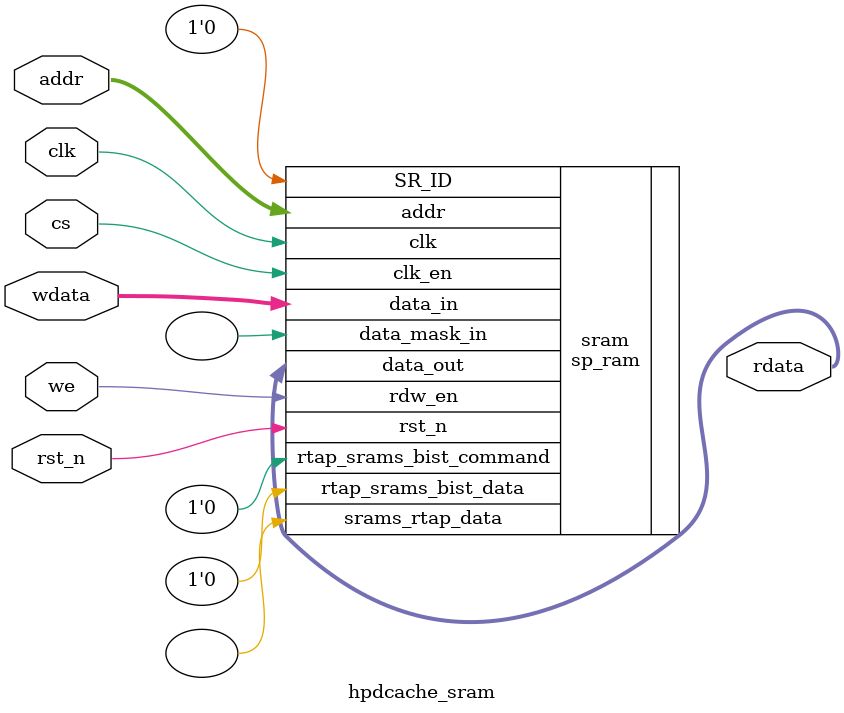
<source format=sv>
/*
 *  Copyright 2023 CEA*
 *  *Commissariat a l'Energie Atomique et aux Energies Alternatives (CEA)
 *
 *  SPDX-License-Identifier: Apache-2.0 WITH SHL-2.1
 *
 *  Licensed under the Solderpad Hardware License v 2.1 (the “License”); you
 *  may not use this file except in compliance with the License, or, at your
 *  option, the Apache License version 2.0. You may obtain a copy of the
 *  License at
 *
 *  https://solderpad.org/licenses/SHL-2.1/
 *
 *  Unless required by applicable law or agreed to in writing, any work
 *  distributed under the License is distributed on an “AS IS” BASIS, WITHOUT
 *  WARRANTIES OR CONDITIONS OF ANY KIND, either express or implied. See the
 *  License for the specific language governing permissions and limitations
 *  under the License.
 */
/*
 *  Authors       : Cesar Fuguet
 *  Creation Date : March, 2020
 *  Description   : Wrapper for Behavioral SRAM macros
 *  History       :
 */
module hpdcache_sram
#(
    parameter int unsigned ADDR_SIZE = 0,
    parameter int unsigned DATA_SIZE = 0,
    parameter int unsigned DEPTH = 2**ADDR_SIZE
)
(
    `ifdef INTEL_PHYSICAL_MEM_CTRL
    input  logic [15:0]           uhdusplr_mem_ctrl,
    `endif
    input  logic                  clk,
    input  logic                  rst_n,
    input  logic                  cs,
    input  logic                  we,
    input  logic [ADDR_SIZE-1:0]  addr,
    input  logic [DATA_SIZE-1:0]  wdata,
    output logic [DATA_SIZE-1:0]  rdata
);

    sp_ram #(
        .ADDR_WIDTH(ADDR_SIZE),
        .DATA_WIDTH(DATA_SIZE),
        `ifdef SRAM_IP
        .INSTANTIATE_ASIC_MEMORY(1'b1),
        `else
        .INSTANTIATE_ASIC_MEMORY(1'b0),
        `endif
        .INIT_MEMORY_ON_RESET('0) // HPDC doesn't initialize any SRAM
    ) sram (
        `ifdef INTEL_PHYSICAL_MEM_CTRL
        .INTEL_MEM_CTRL(uhdusplr_mem_ctrl),
        `endif
        .SR_ID('0),
        .clk(clk),
        .rst_n(rst_n),
        .clk_en(cs),
        .rdw_en(we),
        .addr(addr),
        .data_in(wdata),
        .data_mask_in({DATA_SIZE{we}}),
        .data_out(rdata),
        .srams_rtap_data( /* Unconnected */ ),
        .rtap_srams_bist_command('0),
        .rtap_srams_bist_data('0)
    );

endmodule : hpdcache_sram

</source>
